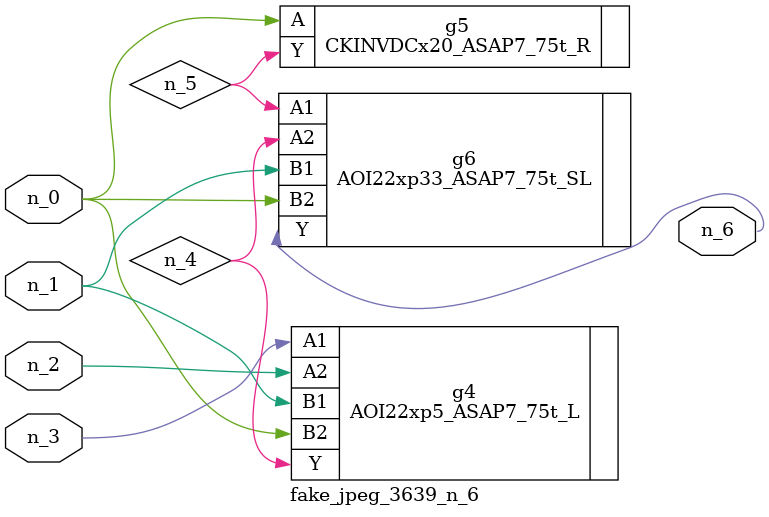
<source format=v>
module fake_jpeg_3639_n_6 (n_0, n_3, n_2, n_1, n_6);

input n_0;
input n_3;
input n_2;
input n_1;

output n_6;

wire n_4;
wire n_5;

AOI22xp5_ASAP7_75t_L g4 ( 
.A1(n_3),
.A2(n_2),
.B1(n_1),
.B2(n_0),
.Y(n_4)
);

CKINVDCx20_ASAP7_75t_R g5 ( 
.A(n_0),
.Y(n_5)
);

AOI22xp33_ASAP7_75t_SL g6 ( 
.A1(n_5),
.A2(n_4),
.B1(n_1),
.B2(n_0),
.Y(n_6)
);


endmodule
</source>
